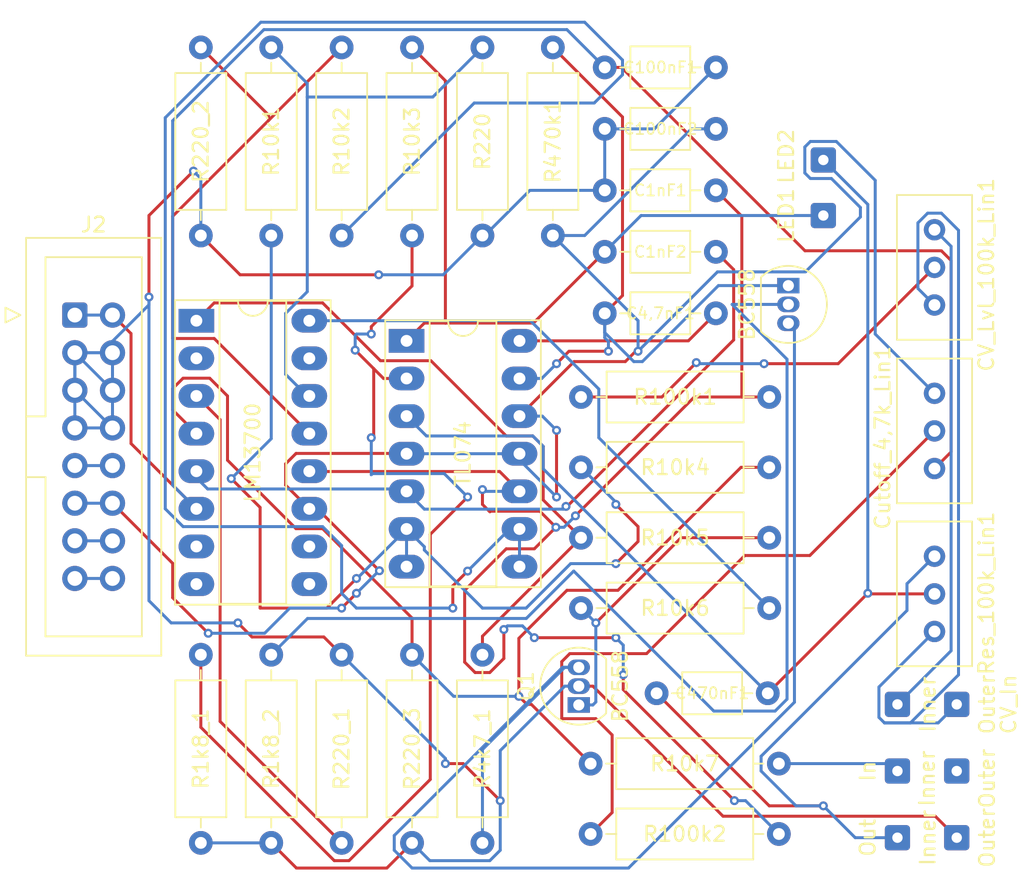
<source format=kicad_pcb>
(kicad_pcb (version 20240108) (generator "pcbnew") (generator_version "8.0")
  (layers (0 "F.Cu" signal) (31 "B.Cu" signal) (34 "B.Paste" user) (35 "F.Paste" user) (36 "B.SilkS" user "B.Silkscreen") (37 "F.SilkS" user "F.Silkscreen") (38 "B.Mask" user) (39 "F.Mask" user) (44 "Edge.Cuts" user))
  (net 0 "")
  (net 1 "Net-(U2C-+)")
  (net 2 "Net-(U2B-+)")
  (net 3 "Net-(Q2-C)")
  (net 4 "Net-(C4,7nF1-Pad2)")
  (net 5 "Net-(U1A-+)")
  (net 6 "Net-(U2B--)")
  (net 7 "Net-(U1A--)")
  (net 8 "Net-(U2C--)")
  (net 9 "Net-(U2A--)")
  (net 16 "Net-(Q1-C)")
  (net 17 "Net-(Q1-E)")
  (net 18 "Net-(Q2-B)")
  (net 19 "Net-(R10k5-Pad1)")
  (net 20 "Net-(U1C--)")
  (net 21 "Net-(R10k6-Pad2)")
  (net 22 "Net-(OutputJack1-Pin_1)")
  (net 23 "Net-(U1C-+)")
  (net 24 "Net-(Cutoff_4,7k_Lin1-Pad2)")
  (net 25 "Net-(CV_InputJack1-Pin_1)")
  (net 26 "Net-(CV_InputJack2-Pin_1)")
  (net 27 "Net-(CV_Level_100k_Lin1-Pad2)")
  (net 28 "Net-(InputJack1-Pin_1)")
  (net 30 "Net-(LEDOutput1-Pin_1)")
  (net 31 "Net-(LEDOutput2-Pin_1)")
  (net 32 "Net-(J2-Pin_3)")
  (net 33 "Net-(J2-Pin_1)")
  (net 34 "Net-(J2-Pin_11)")
  (net 35 "Net-(J2-Pin_13)")
  (net 36 "Net-(J2-Pin_10)")
  (net 37 "Net-(J2-Pin_15)")
  (footprint "Resistor_THT:R_Axial_DIN0309_L9.0mm_D3.2mm_P12.70mm_Horizontal" (layer "F.Cu") (at 105.15 97.25)
    (property "Reference" "R100k1" (hide yes))
    (property "Value" "R")
  )
  (footprint "Resistor_THT:R_Axial_DIN0309_L9.0mm_D3.2mm_P12.70mm_Horizontal" (layer "F.Cu") (at 118.5 122 180)
    (property "Reference" "R10k7" (hide yes))
    (property "Value" "R")
  )
  (footprint "Resistor_THT:R_Axial_DIN0309_L9.0mm_D3.2mm_P12.70mm_Horizontal" (layer "F.Cu") (at 84.25 127.35 90)
    (property "Reference" "R1k8_2" (hide yes))
    (property "Value" "R")
  )
  (footprint "Potentiometer_THT:Potentiometer_Bourns_3386C_Horizontal" (layer "F.Cu") (at 129 97)
    (property "Reference" "Cutoff_4,7k_Lin1")
    (property "Value" "R_Potentiometer" (hide yes))
  )
  (footprint "Resistor_THT:R_Axial_DIN0309_L9.0mm_D3.2mm_P12.70mm_Horizontal" (layer "F.Cu") (at 118.5 126.75 180)
    (property "Reference" "R100k2" (hide yes))
    (property "Value" "R")
  )
  (footprint "Capacitor_THT:C_Axial_L3.8mm_D2.6mm_P7.50mm_Horizontal" (layer "F.Cu") (at 106.75 75)
    (property "Reference" "C100nF1" (hide yes))
    (property "Value" "C")
  )
  (footprint "Resistor_THT:R_Axial_DIN0309_L9.0mm_D3.2mm_P12.70mm_Horizontal" (layer "F.Cu") (at 93.75 86.35 90)
    (property "Reference" "R10k3" (hide yes))
    (property "Value" "R")
  )
  (footprint "Resistor_THT:R_Axial_DIN0309_L9.0mm_D3.2mm_P12.70mm_Horizontal" (layer "F.Cu") (at 105.15 106.75)
    (property "Reference" "R10k5" (hide yes))
    (property "Value" "R")
  )
  (footprint "Resistor_THT:R_Axial_DIN0309_L9.0mm_D3.2mm_P12.70mm_Horizontal" (layer "F.Cu") (at 89 86.35 90)
    (property "Reference" "R10k2" (hide yes))
    (property "Value" "R")
  )
  (footprint "Connector_Wire:SolderWire-0.15sqmm_1x01_D0.5mm_OD1.5mm" (layer "F.Cu") (at 126.5 127 90)
    (property "Reference" "Out")
    (property "Value" "Inner")
  )
  (footprint "Capacitor_THT:C_Axial_L3.8mm_D2.6mm_P7.50mm_Horizontal" (layer "F.Cu") (at 106.75 83.3)
    (property "Reference" "C1nF1" (hide yes))
    (property "Value" "C")
  )
  (footprint "Package_DIP:DIP-14_W7.62mm_Socket_LongPads" (layer "F.Cu") (at 93.38 93.46)
    (property "Reference" "U2" (hide yes))
    (property "Value" "TL074")
  )
  (footprint "Capacitor_THT:C_Axial_L3.8mm_D2.6mm_P7.50mm_Horizontal" (layer "F.Cu") (at 106.75 79.15)
    (property "Reference" "C100nF2" (hide yes))
    (property "Value" "C")
  )
  (footprint "Resistor_THT:R_Axial_DIN0309_L9.0mm_D3.2mm_P12.70mm_Horizontal" (layer "F.Cu") (at 89 127.35 90)
    (property "Reference" "R220_1" (hide yes))
    (property "Value" "R")
  )
  (footprint "MountingHole:MountingHole_2.2mm_M2" (layer "F.Cu") (at 73 122)
    (property "Reference" "REF**" (hide yes))
    (property "Value" "MountingHole_2.2mm_M2" (hide yes))
  )
  (footprint "Capacitor_THT:C_Axial_L3.8mm_D2.6mm_P7.50mm_Horizontal" (layer "F.Cu") (at 106.75 87.45)
    (property "Reference" "C1nF2" (hide yes))
    (property "Value" "C")
  )
  (footprint "Potentiometer_THT:Potentiometer_Bourns_3386C_Horizontal" (layer "F.Cu") (at 129 85.96)
    (property "Reference" "CV_Lvl_100k_Lin1")
    (property "Value" "R_Potentiometer" (hide yes))
  )
  (footprint "Connector_Wire:SolderWire-0.15sqmm_1x01_D0.5mm_OD1.5mm" (layer "F.Cu") (at 126.5 122.5 90)
    (property "Reference" "In")
    (property "Value" "Inner")
  )
  (footprint "Resistor_THT:R_Axial_DIN0309_L9.0mm_D3.2mm_P12.70mm_Horizontal" (layer "F.Cu") (at 98.5 86.35 90)
    (property "Reference" "R220" (hide yes))
    (property "Value" "R")
  )
  (footprint "Capacitor_THT:C_Axial_L3.8mm_D2.6mm_P7.50mm_Horizontal" (layer "F.Cu") (at 110.25 117.25)
    (property "Reference" "C470nF1" (hide yes))
    (property "Value" "C")
  )
  (footprint "Resistor_THT:R_Axial_DIN0309_L9.0mm_D3.2mm_P12.70mm_Horizontal" (layer "F.Cu") (at 93.75 127.35 90)
    (property "Reference" "R220_3" (hide yes))
    (property "Value" "R")
  )
  (footprint "Capacitor_THT:C_Axial_L3.8mm_D2.6mm_P7.50mm_Horizontal" (layer "F.Cu") (at 106.75 91.6)
    (property "Reference" "C4,7nF1" (hide yes))
    (property "Value" "C")
  )
  (footprint "Potentiometer_THT:Potentiometer_Bourns_3386C_Horizontal" (layer "F.Cu") (at 129 108)
    (property "Reference" "Res_100k_Lin1")
    (property "Value" "R_Potentiometer" (hide yes))
  )
  (footprint "Package_TO_SOT_THT:TO-92_Inline" (layer "F.Cu") (at 119.14 89.73 -90)
    (property "Reference" "Q2" (hide yes))
    (property "Value" "BC558")
  )
  (footprint "Connector_Wire:SolderWire-0.15sqmm_1x01_D0.5mm_OD1.5mm" (layer "F.Cu") (at 130.5 122.5 90)
    (property "Reference" "InputJack2" (hide yes))
    (property "Value" "Outer")
  )
  (footprint "Resistor_THT:R_Axial_DIN0309_L9.0mm_D3.2mm_P12.70mm_Horizontal" (layer "F.Cu") (at 105.15 111.5)
    (property "Reference" "R10k6" (hide yes))
    (property "Value" "R")
  )
  (footprint "Connector_Wire:SolderWire-0.15sqmm_1x01_D0.5mm_OD1.5mm" (layer "F.Cu") (at 130.5 118 90)
    (property "Reference" "CV_InputJack2" (hide yes))
    (property "Value" "Outer")
  )
  (footprint "Resistor_THT:R_Axial_DIN0309_L9.0mm_D3.2mm_P12.70mm_Horizontal" (layer "F.Cu") (at 79.5 127.35 90)
    (property "Reference" "R1k8_1" (hide yes))
    (property "Value" "R")
  )
  (footprint "Package_TO_SOT_THT:TO-92_Inline" (layer "F.Cu") (at 105 118.04 90)
    (property "Reference" "Q1")
    (property "Value" "BC558")
  )
  (footprint "Package_DIP:DIP-16_W7.62mm_Socket_LongPads" (layer "F.Cu") (at 79.2 92.1)
    (property "Reference" "U1" (hide yes))
    (property "Value" "LM13700")
  )
  (footprint "MountingHole:MountingHole_2.2mm_M2" (layer "F.Cu") (at 73 79.5)
    (property "Reference" "REF**" (hide yes))
    (property "Value" "MountingHole_2.2mm_M2" (hide yes))
  )
  (footprint "Resistor_THT:R_Axial_DIN0309_L9.0mm_D3.2mm_P12.70mm_Horizontal" (layer "F.Cu") (at 79.5 86.35 90)
    (property "Reference" "R220_2" (hide yes))
    (property "Value" "R")
  )
  (footprint "Resistor_THT:R_Axial_DIN0309_L9.0mm_D3.2mm_P12.70mm_Horizontal" (layer "F.Cu") (at 105.15 102)
    (property "Reference" "R10k4" (hide yes))
    (property "Value" "R")
  )
  (footprint "Connector_IDC:IDC-Header_2x08_P2.54mm_Vertical" (layer "F.Cu") (at 71 91.72)
    (property "Reference" "J2")
    (property "Value" "Conn_02x08_Odd_Even" (hide yes))
  )
  (footprint "Resistor_THT:R_Axial_DIN0309_L9.0mm_D3.2mm_P12.70mm_Horizontal" (layer "F.Cu") (at 103.25 86.35 90)
    (property "Reference" "R470k1" (hide yes))
    (property "Value" "R")
  )
  (footprint "Connector_Wire:SolderWire-0.15sqmm_1x01_D0.5mm_OD1.5mm" (layer "F.Cu") (at 121.5 81.25 180)
    (property "Reference" "LEDOutput2" (hide yes))
    (property "Value" "LED2")
  )
  (footprint "Connector_Wire:SolderWire-0.15sqmm_1x01_D0.5mm_OD1.5mm" (layer "F.Cu") (at 121.5 85 180)
    (property "Reference" "LEDOutput1" (hide yes))
    (property "Value" "LED1")
  )
  (footprint "Connector_Wire:SolderWire-0.15sqmm_1x01_D0.5mm_OD1.5mm" (layer "F.Cu") (at 126.5 118 90)
    (property "Reference" "CV_In")
    (property "Value" "Inner")
  )
  (footprint "Resistor_THT:R_Axial_DIN0309_L9.0mm_D3.2mm_P12.70mm_Horizontal" (layer "F.Cu") (at 84.25 86.35 90)
    (property "Reference" "R10k1" (hide yes))
    (property "Value" "R")
  )
  (footprint "Connector_Wire:SolderWire-0.15sqmm_1x01_D0.5mm_OD1.5mm" (layer "F.Cu") (at 130.5 127 90)
    (property "Reference" "OutputJack2" (hide yes))
    (property "Value" "Outer")
  )
  (footprint "Resistor_THT:R_Axial_DIN0309_L9.0mm_D3.2mm_P12.70mm_Horizontal" (layer "F.Cu") (at 98.5 127.35 90)
    (property "Reference" "R4k7_1" (hide yes))
    (property "Value" "R")
  )
  (segment (start 86.84 102.28) (end 99.66 102.28) (width 0.2) (layer "F.Cu") (net 1))
  (segment (start 102 107.5) (end 103.455025 106.044975) (width 0.2) (layer "F.Cu") (net 1))
  (segment (start 108 117) (end 108 116) (width 0.2) (layer "F.Cu") (net 1))
  (segment (start 104.772796 105.272796) (end 112.795592 97.25) (width 0.2) (layer "F.Cu") (net 1))
  (segment (start 116 85.05) (end 116 97.25) (width 0.2) (layer "F.Cu") (net 1))
  (segment (start 99.04 104.96) (end 102.37005 104.96) (width 0.2) (layer "F.Cu") (net 1))
  (segment (start 99.944975 114.902082) (end 98.997057 115.85) (width 0.2) (layer "F.Cu") (net 1))
  (segment (start 97.3 110.302944) (end 100.102944 107.5) (width 0.2) (layer "F.Cu") (net 1))
  (segment (start 98.997057 115.85) (end 98.002943 115.85) (width 0.2) (layer "F.Cu") (net 1))
  (segment (start 100.102944 107.5) (end 102 107.5) (width 0.2) (layer "F.Cu") (net 1))
  (segment (start 99 105) (end 99.04 104.96) (width 0.2) (layer "F.Cu") (net 1))
  (segment (start 86.82 102.26) (end 86.84 102.28) (width 0.2) (layer "F.Cu") (net 1))
  (segment (start 99.944975 112.944975) (end 99.944975 114.902082) (width 0.2) (layer "F.Cu") (net 1))
  (segment (start 97.3 115.147057) (end 97.3 110.302944) (width 0.2) (layer "F.Cu") (net 1))
  (segment (start 114.25 83.3) (end 116 85.05) (width 0.2) (layer "F.Cu") (net 1))
  (segment (start 98.5 103.5) (end 98.5 104.5) (width 0.2) (layer "F.Cu") (net 1))
  (segment (start 98.002943 115.85) (end 97.3 115.147057) (width 0.2) (layer "F.Cu") (net 1))
  (segment (start 99.66 102.28) (end 101 103.62) (width 0.2) (layer "F.Cu") (net 1))
  (segment (start 112.795592 97.25) (end 116 97.25) (width 0.2) (layer "F.Cu") (net 1))
  (segment (start 102.37005 104.96) (end 103.455025 106.044975) (width 0.2) (layer "F.Cu") (net 1))
  (segment (start 116 97.25) (end 117.85 97.25) (width 0.2) (layer "F.Cu") (net 1))
  (segment (start 107.5 113.5) (end 102 113.5) (width 0.2) (layer "F.Cu") (net 1))
  (segment (start 98.5 104.5) (end 99 105) (width 0.2) (layer "F.Cu") (net 1))
  (segment (start 115.5 124.5) (end 108 117) (width 0.2) (layer "F.Cu") (net 1))
  (via (at 107.5 113.5) (size 0.6) (drill 0.3) (layers "F.Cu" "B.Cu") (net 1))
  (via (at 103.455025 106.044975) (size 0.6) (drill 0.3) (layers "F.Cu" "B.Cu") (net 1))
  (via (at 98.5 103.5) (size 0.6) (drill 0.3) (layers "F.Cu" "B.Cu") (net 1))
  (via (at 108 116) (size 0.6) (drill 0.3) (layers "F.Cu" "B.Cu") (net 1))
  (via (at 115.5 124.5) (size 0.6) (drill 0.3) (layers "F.Cu" "B.Cu") (net 1))
  (via (at 102 113.5) (size 0.6) (drill 0.3) (layers "F.Cu" "B.Cu") (net 1))
  (via (at 104.772796 105.272796) (size 0.6) (drill 0.3) (layers "F.Cu" "B.Cu") (net 1))
  (via (at 99.944975 112.944975) (size 0.6) (drill 0.3) (layers "F.Cu" "B.Cu") (net 1))
  (segment (start 101 103.62) (end 98.62 103.62) (width 0.2) (layer "B.Cu") (net 1))
  (segment (start 103.455025 106.044975) (end 104.000617 106.044975) (width 0.2) (layer "B.Cu") (net 1))
  (segment (start 100.18995 112.7) (end 99.944975 112.944975) (width 0.2) (layer "B.Cu") (net 1))
  (segment (start 118.5 126.75) (end 116.25 124.5) (width 0.2) (layer "B.Cu") (net 1))
  (segment (start 102 113.5) (end 101.2 112.7) (width 0.2) (layer "B.Cu") (net 1))
  (segment (start 104.000617 106.044975) (end 104.772796 105.272796) (width 0.2) (layer "B.Cu") (net 1))
  (segment (start 108 116) (end 108 114) (width 0.2) (layer "B.Cu") (net 1))
  (segment (start 100.18995 112.7) (end 101.2 112.7) (width 0.2) (layer "B.Cu") (net 1))
  (segment (start 98.62 103.62) (end 98.5 103.5) (width 0.2) (layer "B.Cu") (net 1))
  (segment (start 108 114) (end 107.5 113.5) (width 0.2) (layer "B.Cu") (net 1))
  (segment (start 116.25 124.5) (end 115.5 124.5) (width 0.2) (layer "B.Cu") (net 1))
  (segment (start 104.347057 104.5) (end 115.45 93.397057) (width 0.2) (layer "F.Cu") (net 2))
  (segment (start 104.272796 104.5) (end 104.347057 104.5) (width 0.2) (layer "F.Cu") (net 2))
  (segment (start 115.45 88.65) (end 114.25 87.45) (width 0.2) (layer "F.Cu") (net 2))
  (segment (start 104.136398 104.636398) (end 104.272796 104.5) (width 0.2) (layer "F.Cu") (net 2))
  (segment (start 115.45 93.397057) (end 115.45 88.65) (width 0.2) (layer "F.Cu") (net 2))
  (via (at 104.136398 104.636398) (size 0.6) (drill 0.3) (layers "F.Cu" "B.Cu") (net 2))
  (segment (start 79.96 103.46) (end 93.22 103.46) (width 0.2) (layer "B.Cu") (net 2))
  (segment (start 93.22 103.46) (end 93.38 103.62) (width 0.2) (layer "B.Cu") (net 2))
  (segment (start 93.38 103.62) (end 94.58 104.82) (width 0.2) (layer "B.Cu") (net 2))
  (segment (start 79.2 102.26) (end 79.2 102.7) (width 0.2) (layer "B.Cu") (net 2))
  (segment (start 94.58 104.82) (end 103.952796 104.82) (width 0.2) (layer "B.Cu") (net 2))
  (segment (start 103.952796 104.82) (end 104.136398 104.636398) (width 0.2) (layer "B.Cu") (net 2))
  (segment (start 79.2 102.7) (end 79.96 103.46) (width 0.2) (layer "B.Cu") (net 2))
  (segment (start 103.25 73.65) (end 107.95 78.35) (width 0.2) (layer "F.Cu") (net 3))
  (segment (start 104.34 94.16) (end 107 94.16) (width 0.2) (layer "F.Cu") (net 3))
  (segment (start 107.95 90.4) (end 106.75 91.6) (width 0.2) (layer "F.Cu") (net 3))
  (segment (start 107.95 78.35) (end 107.95 90.4) (width 0.2) (layer "F.Cu") (net 3))
  (segment (start 103.5 95) (end 104.34 94.16) (width 0.2) (layer "F.Cu") (net 3))
  (via (at 107 94.16) (size 0.6) (drill 0.3) (layers "F.Cu" "B.Cu") (net 3))
  (via (at 103.5 95) (size 0.6) (drill 0.3) (layers "F.Cu" "B.Cu") (net 3))
  (segment (start 102.5 96) (end 103.5 95) (width 0.2) (layer "B.Cu") (net 3))
  (segment (start 108.71005 94.86) (end 106.75 92.89995) (width 0.2) (layer "B.Cu") (net 3))
  (segment (start 106.75 92.89995) (end 106.75 91.6) (width 0.2) (layer "B.Cu") (net 3))
  (segment (start 101 96) (end 102.5 96) (width 0.2) (layer "B.Cu") (net 3))
  (segment (start 109.28995 94.86) (end 108.71005 94.86) (width 0.2) (layer "B.Cu") (net 3))
  (segment (start 119.14 89.73) (end 114.41995 89.73) (width 0.2) (layer "B.Cu") (net 3))
  (segment (start 107 93.5) (end 106.75 93.25) (width 0.2) (layer "B.Cu") (net 3))
  (segment (start 106.75 93.25) (end 106.75 91.6) (width 0.2) (layer "B.Cu") (net 3))
  (segment (start 107 94.16) (end 107 93.5) (width 0.2) (layer "B.Cu") (net 3))
  (segment (start 114.41995 89.73) (end 109.28995 94.86) (width 0.2) (layer "B.Cu") (net 3))
  (segment (start 112.39 93.46) (end 114.25 91.6) (width 0.2) (layer "F.Cu") (net 4))
  (segment (start 101 93.46) (end 112.39 93.46) (width 0.2) (layer "F.Cu") (net 4))
  (segment (start 86.82 97.18) (end 86.68 97.18) (width 0.2) (layer "B.Cu") (net 5))
  (segment (start 86.68 76.08) (end 84.25 73.65) (width 0.2) (layer "B.Cu") (net 5))
  (segment (start 85.22 91.602944) (end 86.68 90.142944) (width 0.2) (layer "B.Cu") (net 5))
  (segment (start 95.15 77) (end 86.68 77) (width 0.2) (layer "B.Cu") (net 5))
  (segment (start 98.5 73.65) (end 95.15 77) (width 0.2) (layer "B.Cu") (net 5))
  (segment (start 86.68 97.18) (end 85.22 95.72) (width 0.2) (layer "B.Cu") (net 5))
  (segment (start 85.22 95.72) (end 85.22 91.602944) (width 0.2) (layer "B.Cu") (net 5))
  (segment (start 86.68 90.142944) (end 86.68 77) (width 0.2) (layer "B.Cu") (net 5))
  (segment (start 86.68 77) (end 86.68 76.08) (width 0.2) (layer "B.Cu") (net 5))
  (segment (start 107.5 108.5) (end 109 107) (width 0.2) (layer "F.Cu") (net 6))
  (segment (start 90 109.5) (end 88 111.5) (width 0.2) (layer "F.Cu") (net 6))
  (segment (start 88 111.5) (end 83.5 111.5) (width 0.2) (layer "F.Cu") (net 6))
  (segment (start 83.5 111.5) (end 83.5 104.707006) (width 0.2) (layer "F.Cu") (net 6))
  (segment (start 83.5 104.707006) (end 81.553724 102.76073) (width 0.2) (layer "F.Cu") (net 6))
  (segment (start 109 106) (end 107.5 104.5) (width 0.2) (layer "F.Cu") (net 6))
  (segment (start 109 107) (end 109 106) (width 0.2) (layer "F.Cu") (net 6))
  (via (at 81.553724 102.76073) (size 0.6) (drill 0.3) (layers "F.Cu" "B.Cu") (net 6))
  (via (at 90 109.5) (size 0.6) (drill 0.3) (layers "F.Cu" "B.Cu") (net 6))
  (via (at 107.5 108.5) (size 0.6) (drill 0.3) (layers "F.Cu" "B.Cu") (net 6))
  (via (at 107.5 104.5) (size 0.6) (drill 0.3) (layers "F.Cu" "B.Cu") (net 6))
  (segment (start 84.25 100.064454) (end 84.25 86.35) (width 0.2) (layer "B.Cu") (net 6))
  (segment (start 93.38 106.16) (end 90.04 109.5) (width 0.2) (layer "B.Cu") (net 6))
  (segment (start 104.45 108.5) (end 107.5 108.5) (width 0.2) (layer "B.Cu") (net 6))
  (segment (start 107.5 104.35) (end 105.15 102) (width 0.2) (layer "B.Cu") (net 6))
  (segment (start 98.5 111.5) (end 101.45 111.5) (width 0.2) (layer "B.Cu") (net 6))
  (segment (start 107.5 104.5) (end 107.5 104.35) (width 0.2) (layer "B.Cu") (net 6))
  (segment (start 94.58 107.36) (end 94.58 107.58) (width 0.2) (layer "B.Cu") (net 6))
  (segment (start 81.553724 102.76073) (end 84.25 100.064454) (width 0.2) (layer "B.Cu") (net 6))
  (segment (start 93.38 106.16) (end 93.38 108.7) (width 0.2) (layer "B.Cu") (net 6))
  (segment (start 101.45 111.5) (end 104.45 108.5) (width 0.2) (layer "B.Cu") (net 6))
  (segment (start 90.04 109.5) (end 90 109.5) (width 0.2) (layer "B.Cu") (net 6))
  (segment (start 94.58 107.58) (end 98.5 111.5) (width 0.2) (layer "B.Cu") (net 6))
  (segment (start 93.38 106.16) (end 94.58 107.36) (width 0.2) (layer "B.Cu") (net 6))
  (segment (start 86.82 99.72) (end 80.4 93.3) (width 0.2) (layer "F.Cu") (net 7))
  (segment (start 77.6 85.05) (end 84.075 78.575) (width 0.2) (layer "F.Cu") (net 7))
  (segment (start 84.075 78.575) (end 89 73.65) (width 0.2) (layer "F.Cu") (net 7))
  (segment (start 80.4 93.3) (end 77.6 93.3) (width 0.2) (layer "F.Cu") (net 7))
  (segment (start 79.5 73.65) (end 84.075 78.225) (width 0.2) (layer "F.Cu") (net 7))
  (segment (start 84.075 78.225) (end 84.075 78.575) (width 0.2) (layer "F.Cu") (net 7))
  (segment (start 77.6 93.3) (end 77.6 85.05) (width 0.2) (layer "F.Cu") (net 7))
  (segment (start 96.5 110) (end 96.5 111.5) (width 0.2) (layer "F.Cu") (net 8))
  (segment (start 97.5 109) (end 96.5 110) (width 0.2) (layer "F.Cu") (net 8))
  (via (at 97.5 109) (size 0.6) (drill 0.3) (layers "F.Cu" "B.Cu") (net 8))
  (via (at 96.5 111.5) (size 0.6) (drill 0.3) (layers "F.Cu" "B.Cu") (net 8))
  (segment (start 101 106.16) (end 101 108.7) (width 0.2) (layer "B.Cu") (net 8))
  (segment (start 105.397057 71.95) (end 107.95 74.502943) (width 0.2) (layer "B.Cu") (net 8))
  (segment (start 96.5 111.5) (end 90 111.5) (width 0.2) (layer "B.Cu") (net 8))
  (segment (start 77.1 104.797056) (end 77.1 78.395837) (width 0.2) (layer "B.Cu") (net 8))
  (segment (start 100.34 106.16) (end 97.5 109) (width 0.2) (layer "B.Cu") (net 8))
  (segment (start 97.945837 77.404163) (end 89 86.35) (width 0.2) (layer "B.Cu") (net 8))
  (segment (start 106.042894 77.404163) (end 97.945837 77.404163) (width 0.2) (layer "B.Cu") (net 8))
  (segment (start 107.95 74.502943) (end 107.95 75.497057) (width 0.2) (layer "B.Cu") (net 8))
  (segment (start 83.545837 71.95) (end 105.397057 71.95) (width 0.2) (layer "B.Cu") (net 8))
  (segment (start 89 110.5) (end 89 107.282944) (width 0.2) (layer "B.Cu") (net 8))
  (segment (start 87.717056 106) (end 78.302944 106) (width 0.2) (layer "B.Cu") (net 8))
  (segment (start 78.302944 106) (end 77.1 104.797056) (width 0.2) (layer "B.Cu") (net 8))
  (segment (start 107.95 75.497057) (end 106.042894 77.404163) (width 0.2) (layer "B.Cu") (net 8))
  (segment (start 77.1 78.395837) (end 83.545837 71.95) (width 0.2) (layer "B.Cu") (net 8))
  (segment (start 90 111.5) (end 89 110.5) (width 0.2) (layer "B.Cu") (net 8))
  (segment (start 101 106.16) (end 100.34 106.16) (width 0.2) (layer "B.Cu") (net 8))
  (segment (start 89 107.282944) (end 87.717056 106) (width 0.2) (layer "B.Cu") (net 8))
  (segment (start 97.5 104) (end 94.98 106.52) (width 0.2) (layer "F.Cu") (net 9))
  (segment (start 93.38 96) (end 91.827106 96) (width 0.2) (layer "F.Cu") (net 9))
  (segment (start 89.497057 128.55) (end 88.502943 128.55) (width 0.2) (layer "F.Cu") (net 9))
  (segment (start 94.98 106.52) (end 94.98 123.067057) (width 0.2) (layer "F.Cu") (net 9))
  (segment (start 91.827106 96) (end 91.163553 95.336447) (width 0.2) (layer "F.Cu") (net 9))
  (segment (start 94.98 123.067057) (end 89.497057 128.55) (width 0.2) (layer "F.Cu") (net 9))
  (segment (start 93.75 89.75) (end 93.75 86.35) (width 0.2) (layer "F.Cu") (net 9))
  (segment (start 79.5 119.547057) (end 79.5 114.65) (width 0.2) (layer "F.Cu") (net 9))
  (segment (start 91.163553 95.336447) (end 89.913553 94.086447) (width 0.2) (layer "F.Cu") (net 9))
  (segment (start 91 93) (end 91 92.5) (width 0.2) (layer "F.Cu") (net 9))
  (segment (start 91.163553 99.836447) (end 91 100) (width 0.2) (layer "F.Cu") (net 9))
  (segment (start 91 92.5) (end 93.75 89.75) (width 0.2) (layer "F.Cu") (net 9))
  (segment (start 91.163553 95.336447) (end 91.163553 99.836447) (width 0.2) (layer "F.Cu") (net 9))
  (segment (start 88.502943 128.55) (end 79.5 119.547057) (width 0.2) (layer "F.Cu") (net 9))
  (via (at 97.5 104) (size 0.6) (drill 0.3) (layers "F.Cu" "B.Cu") (net 9))
  (via (at 89.913553 94.086447) (size 0.6) (drill 0.3) (layers "F.Cu" "B.Cu") (net 9))
  (via (at 91 100) (size 0.6) (drill 0.3) (layers "F.Cu" "B.Cu") (net 9))
  (via (at 91 93) (size 0.6) (drill 0.3) (layers "F.Cu" "B.Cu") (net 9))
  (segment (start 91 100) (end 91 102.5) (width 0.2) (layer "B.Cu") (net 9))
  (segment (start 91.08 102.42) (end 95.92 102.42) (width 0.2) (layer "B.Cu") (net 9))
  (segment (start 89.913553 94.086447) (end 89.913553 93.086447) (width 0.2) (layer "B.Cu") (net 9))
  (segment (start 90 93) (end 91 93) (width 0.2) (layer "B.Cu") (net 9))
  (segment (start 89.913553 93.086447) (end 90 93) (width 0.2) (layer "B.Cu") (net 9))
  (segment (start 91 102.5) (end 91.08 102.42) (width 0.2) (layer "B.Cu") (net 9))
  (segment (start 95.92 102.42) (end 97.5 104) (width 0.2) (layer "B.Cu") (net 9))
  (segment (start 111.9 106.75) (end 117.85 106.75) (width 0.2) (layer "F.Cu") (net 16))
  (segment (start 106.15 112.5) (end 111.9 106.75) (width 0.2) (layer "F.Cu") (net 16))
  (via (at 106.15 112.5) (size 0.6) (drill 0.3) (layers "F.Cu" "B.Cu") (net 16))
  (segment (start 106.15 117.84) (end 106.15 112.5) (width 0.2) (layer "B.Cu") (net 16))
  (segment (start 106.15 112.5) (end 105.15 111.5) (width 0.2) (layer "B.Cu") (net 16))
  (segment (start 105 118.04) (end 105.95 118.04) (width 0.2) (layer "B.Cu") (net 16))
  (segment (start 105.95 118.04) (end 106.15 117.84) (width 0.2) (layer "B.Cu") (net 16))
  (segment (start 103.902943 115.5) (end 105 115.5) (width 0.2) (layer "B.Cu") (net 17))
  (segment (start 93.752943 129.05) (end 92.55 127.847057) (width 0.2) (layer "B.Cu") (net 17))
  (segment (start 92.55 127.847057) (end 92.55 126.852943) (width 0.2) (layer "B.Cu") (net 17))
  (segment (start 104.05 115.5) (end 98.5 121.05) (width 0.2) (layer "B.Cu") (net 17))
  (segment (start 108.354163 129.05) (end 93.752943 129.05) (width 0.2) (layer "B.Cu") (net 17))
  (segment (start 92.55 126.852943) (end 103.902943 115.5) (width 0.2) (layer "B.Cu") (net 17))
  (segment (start 98.5 121.05) (end 98.5 127.35) (width 0.2) (layer "B.Cu") (net 17))
  (segment (start 119.55 117.854163) (end 108.354163 129.05) (width 0.2) (layer "B.Cu") (net 17))
  (segment (start 105 115.5) (end 104.05 115.5) (width 0.2) (layer "B.Cu") (net 17))
  (segment (start 119.55 92.68) (end 119.55 117.854163) (width 0.2) (layer "B.Cu") (net 17))
  (segment (start 119.14 92.27) (end 119.55 92.68) (width 0.2) (layer "B.Cu") (net 17))
  (segment (start 86.7 112.2) (end 84.25 114.65) (width 0.2) (layer "B.Cu") (net 18))
  (segment (start 119.05 94.702943) (end 119.05 117.647057) (width 0.2) (layer "B.Cu") (net 18))
  (segment (start 104.657106 109) (end 101.457106 112.2) (width 0.2) (layer "B.Cu") (net 18))
  (segment (start 101.457106 112.2) (end 86.7 112.2) (width 0.2) (layer "B.Cu") (net 18))
  (segment (start 118.247057 118.45) (end 114.107106 118.45) (width 0.2) (layer "B.Cu") (net 18))
  (segment (start 115.347057 91) (end 119.05 94.702943) (width 0.2) (layer "B.Cu") (net 18))
  (segment (start 119.05 117.647057) (end 118.247057 118.45) (width 0.2) (layer "B.Cu") (net 18))
  (segment (start 114.107106 118.45) (end 104.657106 109) (width 0.2) (layer "B.Cu") (net 18))
  (segment (start 119.14 91) (end 115.347057 91) (width 0.2) (layer "B.Cu") (net 18))
  (segment (start 79.2 92.1) (end 80.4 90.9) (width 0.2) (layer "F.Cu") (net 19))
  (segment (start 98.5 113.4) (end 105.15 106.75) (width 0.2) (layer "F.Cu") (net 19))
  (segment (start 95.022944 94.8) (end 100.102944 99.88) (width 0.2) (layer "F.Cu") (net 19))
  (segment (start 98.5 114.65) (end 98.5 113.4) (width 0.2) (layer "F.Cu") (net 19))
  (segment (start 100.102944 99.88) (end 101.897056 99.88) (width 0.2) (layer "F.Cu") (net 19))
  (segment (start 87.717056 90.9) (end 91.617056 94.8) (width 0.2) (layer "F.Cu") (net 19))
  (segment (start 102.6 104.2) (end 105.15 106.75) (width 0.2) (layer "F.Cu") (net 19))
  (segment (start 101.897056 99.88) (end 102.6 100.582944) (width 0.2) (layer "F.Cu") (net 19))
  (segment (start 80.4 90.9) (end 87.717056 90.9) (width 0.2) (layer "F.Cu") (net 19))
  (segment (start 102.6 100.582944) (end 102.6 104.2) (width 0.2) (layer "F.Cu") (net 19))
  (segment (start 91.617056 94.8) (end 95.022944 94.8) (width 0.2) (layer "F.Cu") (net 19))
  (segment (start 93.75 112.172944) (end 93.75 114.65) (width 0.2) (layer "F.Cu") (net 20))
  (segment (start 81.3 101.517056) (end 85.922944 106.14) (width 0.2) (layer "F.Cu") (net 20))
  (segment (start 100.956496 117.456496) (end 101.5 118) (width 0.2) (layer "F.Cu") (net 20))
  (segment (start 80.097056 95.98) (end 81.3 97.182944) (width 0.2) (layer "F.Cu") (net 20))
  (segment (start 78.302944 95.98) (end 80.097056 95.98) (width 0.2) (layer "F.Cu") (net 20))
  (segment (start 100.956496 113.543504) (end 100.956496 117.456496) (width 0.2) (layer "F.Cu") (net 20))
  (segment (start 101.8 118) (end 105.8 122) (width 0.2) (layer "F.Cu") (net 20))
  (segment (start 115.942894 102) (end 107.642894 110.3) (width 0.2) (layer "F.Cu") (net 20))
  (segment (start 117.85 102) (end 115.942894 102) (width 0.2) (layer "F.Cu") (net 20))
  (segment (start 85.922944 106.14) (end 87.717056 106.14) (width 0.2) (layer "F.Cu") (net 20))
  (segment (start 87.717056 106.14) (end 93.75 112.172944) (width 0.2) (layer "F.Cu") (net 20))
  (segment (start 101.5 118) (end 101.8 118) (width 0.2) (layer "F.Cu") (net 20))
  (segment (start 77.6 96.682944) (end 78.302944 95.98) (width 0.2) (layer "F.Cu") (net 20))
  (segment (start 81.3 97.182944) (end 81.3 101.517056) (width 0.2) (layer "F.Cu") (net 20))
  (segment (start 104.2 110.3) (end 100.956496 113.543504) (width 0.2) (layer "F.Cu") (net 20))
  (segment (start 107.642894 110.3) (end 104.2 110.3) (width 0.2) (layer "F.Cu") (net 20))
  (segment (start 79.2 99.72) (end 77.6 98.12) (width 0.2) (layer "F.Cu") (net 20))
  (segment (start 77.6 98.12) (end 77.6 96.682944) (width 0.2) (layer "F.Cu") (net 20))
  (via (at 100.956496 117.456496) (size 0.6) (drill 0.3) (layers "F.Cu" "B.Cu") (net 20))
  (segment (start 93.75 114.65) (end 96.556496 117.456496) (width 0.2) (layer "B.Cu") (net 20))
  (segment (start 96.556496 117.456496) (end 100.956496 117.456496) (width 0.2) (layer "B.Cu") (net 20))
  (segment (start 106.35 96.712944) (end 106.35 100) (width 0.2) (layer "B.Cu") (net 21))
  (segment (start 101.737056 92.1) (end 106.35 96.712944) (width 0.2) (layer "B.Cu") (net 21))
  (segment (start 86.82 92.1) (end 101.737056 92.1) (width 0.2) (layer "B.Cu") (net 21))
  (segment (start 106.35 100) (end 117.85 111.5) (width 0.2) (layer "B.Cu") (net 21))
  (segment (start 117.85 124.85) (end 121.5 124.85) (width 0.2) (layer "F.Cu") (net 22))
  (segment (start 110.25 117.25) (end 117.85 124.85) (width 0.2) (layer "F.Cu") (net 22))
  (via (at 121.5 124.85) (size 0.6) (drill 0.3) (layers "F.Cu" "B.Cu") (net 22))
  (segment (start 127.142943 109.857057) (end 129 108) (width 0.2) (layer "B.Cu") (net 22))
  (segment (start 123.65 127) (end 126.5 127) (width 0.2) (layer "B.Cu") (net 22))
  (segment (start 121.5 124.85) (end 123.65 127) (width 0.2) (layer "B.Cu") (net 22))
  (segment (start 127.142943 111.66) (end 127.142943 109.857057) (width 0.2) (layer "B.Cu") (net 22))
  (segment (start 121.5 124.85) (end 119.652943 124.85) (width 0.2) (layer "B.Cu") (net 22))
  (segment (start 117.3 121.502943) (end 127.142943 111.66) (width 0.2) (layer "B.Cu") (net 22))
  (segment (start 117.3 122.497057) (end 117.3 121.502943) (width 0.2) (layer "B.Cu") (net 22))
  (segment (start 119.652943 124.85) (end 117.3 122.497057) (width 0.2) (layer "B.Cu") (net 22))
  (segment (start 79.2 97.18) (end 80.8 98.78) (width 0.2) (layer "F.Cu") (net 23))
  (segment (start 80.8 98.78) (end 80.8 119.15) (width 0.2) (layer "F.Cu") (net 23))
  (segment (start 80.8 119.15) (end 89 127.35) (width 0.2) (layer "F.Cu") (net 23))
  (segment (start 109.575 114.575) (end 116.2 107.95) (width 0.2) (layer "F.Cu") (net 24))
  (segment (start 103.85 115.116852) (end 104.391852 114.575) (width 0.2) (layer "F.Cu") (net 24))
  (segment (start 106.15 118.965) (end 103.85 118.965) (width 0.2) (layer "F.Cu") (net 24))
  (segment (start 107.25 125.3) (end 107.25 120.065) (width 0.2) (layer "F.Cu") (net 24))
  (segment (start 104.391852 114.575) (end 109.575 114.575) (width 0.2) (layer "F.Cu") (net 24))
  (segment (start 120.59 107.95) (end 129 99.54) (width 0.2) (layer "F.Cu") (net 24))
  (segment (start 105.8 126.75) (end 107.25 125.3) (width 0.2) (layer "F.Cu") (net 24))
  (segment (start 103.85 118.965) (end 103.85 115.116852) (width 0.2) (layer "F.Cu") (net 24))
  (segment (start 116.2 107.95) (end 120.59 107.95) (width 0.2) (layer "F.Cu") (net 24))
  (segment (start 107.25 120.065) (end 106.15 118.965) (width 0.2) (layer "F.Cu") (net 24))
  (segment (start 130.12 114.38) (end 130.12 87.08) (width 0.2) (layer "B.Cu") (net 25))
  (segment (start 126.5 118) (end 130.12 114.38) (width 0.2) (layer "B.Cu") (net 25))
  (segment (start 130.12 87.08) (end 129 85.96) (width 0.2) (layer "B.Cu") (net 25))
  (segment (start 129 113.08) (end 125.25 116.83) (width 0.2) (layer "B.Cu") (net 26))
  (segment (start 127.88 85.49608) (end 127.88 89.92) (width 0.2) (layer "B.Cu") (net 26))
  (segment (start 125.25 118.876166) (end 125.623834 119.25) (width 0.2) (layer "B.Cu") (net 26))
  (segment (start 130.5 118) (end 129.25 119.25) (width 0.2) (layer "B.Cu") (net 26))
  (segment (start 128.53608 84.84) (end 127.88 85.49608) (width 0.2) (layer "B.Cu") (net 26))
  (segment (start 130.62 116.006166) (end 130.62 85.99608) (width 0.2) (layer "B.Cu") (net 26))
  (segment (start 129.25 119.25) (end 125.623834 119.25) (width 0.2) (layer "B.Cu") (net 26))
  (segment (start 130.62 85.99608) (end 129.46392 84.84) (width 0.2) (layer "B.Cu") (net 26))
  (segment (start 125.623834 119.25) (end 127.376166 119.25) (width 0.2) (layer "B.Cu") (net 26))
  (segment (start 129.46392 84.84) (end 128.53608 84.84) (width 0.2) (layer "B.Cu") (net 26))
  (segment (start 125.25 116.83) (end 125.25 118.876166) (width 0.2) (layer "B.Cu") (net 26))
  (segment (start 127.376166 119.25) (end 130.62 116.006166) (width 0.2) (layer "B.Cu") (net 26))
  (segment (start 127.88 89.92) (end 129 91.04) (width 0.2) (layer "B.Cu") (net 26))
  (segment (start 117.5 95) (end 122.5 95) (width 0.2) (layer "F.Cu") (net 27))
  (segment (start 110.607107 97.25) (end 112.928554 94.928553) (width 0.2) (layer "F.Cu") (net 27))
  (segment (start 105.15 97.25) (end 110.607107 97.25) (width 0.2) (layer "F.Cu") (net 27))
  (segment (start 122.5 95) (end 129 88.5) (width 0.2) (layer "F.Cu") (net 27))
  (via (at 117.5 95) (size 0.6) (drill 0.3) (layers "F.Cu" "B.Cu") (net 27))
  (via (at 112.928554 94.928553) (size 0.6) (drill 0.3) (layers "F.Cu" "B.Cu") (net 27))
  (segment (start 113.000001 95) (end 117.5 95) (width 0.2) (layer "B.Cu") (net 27))
  (segment (start 112.928554 94.928553) (end 113.000001 95) (width 0.2) (layer "B.Cu") (net 27))
  (segment (start 126 122) (end 126.5 122.5) (width 0.2) (layer "B.Cu") (net 28))
  (segment (start 118.5 122) (end 126 122) (width 0.2) (layer "B.Cu") (net 28))
  (segment (start 101.94 92.26) (end 106.75 87.45) (width 0.2) (layer "F.Cu") (net 30))
  (segment (start 93.38 93.46) (end 94.58 92.26) (width 0.2) (layer "F.Cu") (net 30))
  (segment (start 94.58 92.26) (end 96 92.26) (width 0.2) (layer "F.Cu") (net 30))
  (segment (start 96 92.26) (end 101.94 92.26) (width 0.2) (layer "F.Cu") (net 30))
  (segment (start 96 75.9) (end 96 92.26) (width 0.2) (layer "F.Cu") (net 30))
  (segment (start 93.75 73.65) (end 96 75.9) (width 0.2) (layer "F.Cu") (net 30))
  (segment (start 109.2 85) (end 106.75 87.45) (width 0.2) (layer "B.Cu") (net 30))
  (segment (start 121.5 85) (end 109.2 85) (width 0.2) (layer "B.Cu") (net 30))
  (segment (start 117.75 117.25) (end 124.46 110.54) (width 0.2) (layer "F.Cu") (net 31))
  (segment (start 124.46 110.54) (end 129 110.54) (width 0.2) (layer "F.Cu") (net 31))
  (via (at 124.5 110.5) (size 0.6) (drill 0.3) (layers "F.Cu" "B.Cu") (net 31))
  (segment (start 93.38 98.54) (end 94.72 99.88) (width 0.2) (layer "B.Cu") (net 31))
  (segment (start 102.6 100.582944) (end 102.6 102.1) (width 0.2) (layer "B.Cu") (net 31))
  (segment (start 101.897056 99.88) (end 102.6 100.582944) (width 0.2) (layer "B.Cu") (net 31))
  (segment (start 124.5 84.25) (end 124.5 110.5) (width 0.2) (layer "B.Cu") (net 31))
  (segment (start 94.72 99.88) (end 101.897056 99.88) (width 0.2) (layer "B.Cu") (net 31))
  (segment (start 121.5 81.25) (end 124.5 84.25) (width 0.2) (layer "B.Cu") (net 31))
  (segment (start 102.6 102.1) (end 117.75 117.25) (width 0.2) (layer "B.Cu") (net 31))
  (segment (start 82.15 89) (end 91.5 89) (width 0.2) (layer "F.Cu") (net 32))
  (segment (start 82.95 113.45) (end 82 112.5) (width 0.2) (layer "F.Cu") (net 32))
  (segment (start 114.73 125.55) (end 129.05 125.55) (width 0.2) (layer "F.Cu") (net 32))
  (segment (start 105.95 116.77) (end 114.73 125.55) (width 0.2) (layer "F.Cu") (net 32))
  (segment (start 105 116.77) (end 105.95 116.77) (width 0.2) (layer "F.Cu") (net 32))
  (segment (start 92.05 129.05) (end 93.75 127.35) (width 0.2) (layer "F.Cu") (net 32))
  (segment (start 97.2 122) (end 99.7 124.5) (width 0.2) (layer "F.Cu") (net 32))
  (segment (start 76 85) (end 79 82) (width 0.2) (layer "F.Cu") (net 32))
  (segment (start 87.8 113.45) (end 82.95 113.45) (width 0.2) (layer "F.Cu") (net 32))
  (segment (start 129.05 125.55) (end 130.5 127) (width 0.2) (layer "F.Cu") (net 32))
  (segment (start 96 122) (end 97.2 122) (width 0.2) (layer "F.Cu") (net 32))
  (segment (start 89 114.65) (end 87.8 113.45) (width 0.2) (layer "F.Cu") (net 32))
  (segment (start 79.5 86.35) (end 82.15 89) (width 0.2) (layer "F.Cu") (net 32))
  (segment (start 84.25 127.35) (end 85.95 129.05) (width 0.2) (layer "F.Cu") (net 32))
  (segment (start 85.95 129.05) (end 92.05 129.05) (width 0.2) (layer "F.Cu") (net 32))
  (segment (start 76 90.5) (end 76 85) (width 0.2) (layer "F.Cu") (net 32))
  (via (at 82 112.5) (size 0.6) (drill 0.3) (layers "F.Cu" "B.Cu") (net 32))
  (via (at 96 122) (size 0.6) (drill 0.3) (layers "F.Cu" "B.Cu") (net 32))
  (via (at 76 90.5) (size 0.6) (drill 0.3) (layers "F.Cu" "B.Cu") (net 32))
  (via (at 99.7 124.5) (size 0.6) (drill 0.3) (layers "F.Cu" "B.Cu") (net 32))
  (via (at 79 82) (size 0.6) (drill 0.3) (layers "F.Cu" "B.Cu") (net 32))
  (via (at 91.5 89) (size 0.6) (drill 0.3) (layers "F.Cu" "B.Cu") (net 32))
  (segment (start 106.75 79.15) (end 110.1 79.15) (width 0.2) (layer "B.Cu") (net 32))
  (segment (start 71 96.8) (end 73.54 99.34) (width 0.2) (layer "B.Cu") (net 32))
  (segment (start 73.54 96.8) (end 73.54 99.34) (width 0.2) (layer "B.Cu") (net 32))
  (segment (start 106.75 83.3) (end 106.75 79.15) (width 0.2) (layer "B.Cu") (net 32))
  (segment (start 96 121.65) (end 96 122) (width 0.2) (layer "B.Cu") (net 32))
  (segment (start 98.5 86.35) (end 98.65 86.35) (width 0.2) (layer "B.Cu") (net 32))
  (segment (start 99.7 127.847057) (end 98.997057 128.55) (width 0.2) (layer "B.Cu") (net 32))
  (segment (start 99.7 124.5) (end 99.7 127.847057) (width 0.2) (layer "B.Cu") (net 32))
  (segment (start 105 116.77) (end 104.05 116.77) (width 0.2) (layer "B.Cu") (net 32))
  (segment (start 76 91.027767) (end 76 90.5) (width 0.2) (layer "B.Cu") (net 32))
  (segment (start 76 111) (end 76 90.5) (width 0.2) (layer "B.Cu") (net 32))
  (segment (start 71 94.26) (end 71 96.8) (width 0.2) (layer "B.Cu") (net 32))
  (segment (start 71 94.26) (end 72.767767 94.26) (width 0.2) (layer "B.Cu") (net 32))
  (segment (start 79.5 82.5) (end 79.5 86.35) (width 0.2) (layer "B.Cu") (net 32))
  (segment (start 99.7 121.12) (end 99.7 124.5) (width 0.2) (layer "B.Cu") (net 32))
  (segment (start 101.7 83.3) (end 106.75 83.3) (width 0.2) (layer "B.Cu") (net 32))
  (segment (start 95.85 89) (end 98.5 86.35) (width 0.2) (layer "B.Cu") (net 32))
  (segment (start 104.05 116.77) (end 99.7 121.12) (width 0.2) (layer "B.Cu") (net 32))
  (segment (start 79.5 127.35) (end 84.25 127.35) (width 0.2) (layer "B.Cu") (net 32))
  (segment (start 71 94.26) (end 71 99.34) (width 0.2) (layer "B.Cu") (net 32))
  (segment (start 110.1 79.15) (end 114.25 75) (width 0.2) (layer "B.Cu") (net 32))
  (segment (start 71 94.26) (end 73.54 94.26) (width 0.2) (layer "B.Cu") (net 32))
  (segment (start 73.54 99.34) (end 71 99.34) (width 0.2) (layer "B.Cu") (net 32))
  (segment (start 79 82) (end 79.5 82.5) (width 0.2) (layer "B.Cu") (net 32))
  (segment (start 77.5 112.5) (end 76 111) (width 0.2) (layer "B.Cu") (net 32))
  (segment (start 89 114.65) (end 96 121.65) (width 0.2) (layer "B.Cu") (net 32))
  (segment (start 71 94.26) (end 73.54 96.8) (width 0.2) (layer "B.Cu") (net 32))
  (segment (start 114.25 75) (end 114.5 75) (width 0.2) (layer "B.Cu") (net 32))
  (segment (start 72.767767 94.26) (end 76 91.027767) (width 0.2) (layer "B.Cu") (net 32))
  (segment (start 77.5 112.5) (end 82 112.5) (width 0.2) (layer "B.Cu") (net 32))
  (segment (start 73.54 96.8) (end 73.54 94.26) (width 0.2) (layer "B.Cu") (net 32))
  (segment (start 94.95 128.55) (end 93.75 127.35) (width 0.2) (layer "B.Cu") (net 32))
  (segment (start 98.65 86.35) (end 101.7 83.3) (width 0.2) (layer "B.Cu") (net 32))
  (segment (start 98.997057 128.55) (end 94.95 128.55) (width 0.2) (layer "B.Cu") (net 32))
  (segment (start 91.5 89) (end 95.85 89) (width 0.2) (layer "B.Cu") (net 32))
  (segment (start 74.79 100.39) (end 79.2 104.8) (width 0.2) (layer "F.Cu") (net 33))
  (segment (start 107.88137 75) (end 120.26137 87.38) (width 0.2) (layer "F.Cu") (net 33))
  (segment (start 73.54 91.72) (end 74.79 92.97) (width 0.2) (layer "F.Cu") (net 33))
  (segment (start 74.79 92.97) (end 74.79 100.39) (width 0.2) (layer "F.Cu") (net 33))
  (segment (start 106.75 75) (end 107.88137 75) (width 0.2) (layer "F.Cu") (net 33))
  (segment (start 130.12 100.96) (end 129 102.08) (width 0.2) (layer "F.Cu") (net 33))
  (segment (start 130.12 88.03608) (end 130.12 100.96) (width 0.2) (layer "F.Cu") (net 33))
  (segment (start 129.46392 87.38) (end 130.12 88.03608) (width 0.2) (layer "F.Cu") (net 33))
  (segment (start 120.26137 87.38) (end 129.46392 87.38) (width 0.2) (layer "F.Cu") (net 33))
  (segment (start 83.752943 72.45) (end 104.2 72.45) (width 0.2) (layer "B.Cu") (net 33))
  (segment (start 77.6 78.602943) (end 83.752943 72.45) (width 0.2) (layer "B.Cu") (net 33))
  (segment (start 71 91.72) (end 73.54 91.72) (width 0.2) (layer "B.Cu") (net 33))
  (segment (start 77.6 103.2) (end 77.6 78.602943) (width 0.2) (layer "B.Cu") (net 33))
  (segment (start 79.2 104.8) (end 77.6 103.2) (width 0.2) (layer "B.Cu") (net 33))
  (segment (start 104.2 72.45) (end 106.75 75) (width 0.2) (layer "B.Cu") (net 33))
  (segment (start 104.68 94.86) (end 108.14 94.86) (width 0.2) (layer "F.Cu") (net 34))
  (segment (start 101 98.54) (end 104.68 94.86) (width 0.2) (layer "F.Cu") (net 34))
  (segment (start 85.22 101.762944) (end 85.922944 101.06) (width 0.2) (layer "F.Cu") (net 34))
  (segment (start 77.6 108.48) (end 77.6 110.8) (width 0.2) (layer "F.Cu") (net 34))
  (segment (start 108.14 94.86) (end 108.84 94.16) (width 0.2) (layer "F.Cu") (net 34))
  (segment (start 85.922944 101.06) (end 93.36 101.06) (width 0.2) (layer "F.Cu") (net 34))
  (segment (start 77.6 110.8) (end 80 113.2) (width 0.2) (layer "F.Cu") (net 34))
  (segment (start 85.22 103.2) (end 85.22 101.762944) (width 0.2) (layer "F.Cu") (net 34))
  (segment (start 103.5 99.5) (end 103.5 104) (width 0.2) (layer "F.Cu") (net 34))
  (segment (start 91.548478 108.981472) (end 87.367006 104.8) (width 0.2) (layer "F.Cu") (net 34))
  (segment (start 93.36 101.06) (end 93.38 101.08) (width 0.2) (layer "F.Cu") (net 34))
  (segment (start 89 111.5) (end 90 110.5) (width 0.2) (layer "F.Cu") (net 34))
  (segment (start 87.367006 104.8) (end 86.82 104.8) (width 0.2) (layer "F.Cu") (net 34))
  (segment (start 108.84 94.16) (end 109 94.16) (width 0.2) (layer "F.Cu") (net 34))
  (segment (start 73.54 104.42) (end 77.6 108.48) (width 0.2) (layer "F.Cu") (net 34))
  (segment (start 86.82 104.8) (end 85.22 103.2) (width 0.2) (layer "F.Cu") (net 34))
  (via (at 80 113.2) (size 0.6) (drill 0.3) (layers "F.Cu" "B.Cu") (net 34))
  (via (at 103.5 99.5) (size 0.6) (drill 0.3) (layers "F.Cu" "B.Cu") (net 34))
  (via (at 89 111.5) (size 0.6) (drill 0.3) (layers "F.Cu" "B.Cu") (net 34))
  (via (at 91.548478 108.981472) (size 0.6) (drill 0.3) (layers "F.Cu" "B.Cu") (net 34))
  (via (at 90 110.5) (size 0.6) (drill 0.3) (layers "F.Cu" "B.Cu") (net 34))
  (via (at 103.5 104) (size 0.6) (drill 0.3) (layers "F.Cu" "B.Cu") (net 34))
  (via (at 109 94.16) (size 0.6) (drill 0.3) (layers "F.Cu" "B.Cu") (net 34))
  (segment (start 125 82.623834) (end 122.376166 80) (width 0.2) (layer "B.Cu") (net 34))
  (segment (start 90 110.5) (end 91.518528 108.981472) (width 0.2) (layer "B.Cu") (net 34))
  (segment (start 120.623834 82.5) (end 122.042894 82.5) (width 0.2) (layer "B.Cu") (net 34))
  (segment (start 103.25 86.35) (end 105.397057 86.35) (width 0.2) (layer "B.Cu") (net 34))
  (segment (start 85.502944 111.5) (end 89 111.5) (width 0.2) (layer "B.Cu") (net 34))
  (segment (start 122.376166 80) (end 120.623834 80) (width 0.2) (layer "B.Cu") (net 34))
  (segment (start 102.54 98.54) (end 103.5 99.5) (width 0.2) (layer "B.Cu") (net 34))
  (segment (start 129 97) (end 125 93) (width 0.2) (layer "B.Cu") (net 34))
  (segment (start 120.25 82.126166) (end 120.623834 82.5) (width 0.2) (layer "B.Cu") (net 34))
  (segment (start 122.042894 82.5) (end 124 84.457106) (width 0.2) (layer "B.Cu") (net 34))
  (segment (start 120.623834 80) (end 120.25 80.373834) (width 0.2) (layer "B.Cu") (net 34))
  (segment (start 112.597057 79.15) (end 114.25 79.15) (width 0.2) (layer "B.Cu") (net 34))
  (segment (start 101 101.08) (end 101 101.5) (width 0.2) (layer "B.Cu") (net 34))
  (segment (start 109 94.16) (end 109 92.1) (width 0.2) (layer "B.Cu") (net 34))
  (segment (start 71 104.42) (end 73.54 104.42) (width 0.2) (layer "B.Cu") (net 34))
  (segment (start 103.5 104) (end 101 101.5) (width 0.2) (layer "B.Cu") (net 34))
  (segment (start 105.397057 86.35) (end 112.597057 79.15) (width 0.2) (layer "B.Cu") (net 34))
  (segment (start 93.38 101.08) (end 101 101.08) (width 0.2) (layer "B.Cu") (net 34))
  (segment (start 114.355 88.805) (end 109 94.16) (width 0.2) (layer "B.Cu") (net 34))
  (segment (start 91.518528 108.981472) (end 91.548478 108.981472) (width 0.2) (layer "B.Cu") (net 34))
  (segment (start 83.802944 113.2) (end 85.502944 111.5) (width 0.2) (layer "B.Cu") (net 34))
  (segment (start 120.29 88.805) (end 114.355 88.805) (width 0.2) (layer "B.Cu") (net 34))
  (segment (start 124 84.457106) (end 124 85.095) (width 0.2) (layer "B.Cu") (net 34))
  (segment (start 109 92.1) (end 103.25 86.35) (width 0.2) (layer "B.Cu") (net 34))
  (segment (start 125 93) (end 125 82.623834) (width 0.2) (layer "B.Cu") (net 34))
  (segment (start 124 85.095) (end 120.29 88.805) (width 0.2) (layer "B.Cu") (net 34))
  (segment (start 101 98.54) (end 102.54 98.54) (width 0.2) (layer "B.Cu") (net 34))
  (segment (start 80 113.2) (end 83.802944 113.2) (width 0.2) (layer "B.Cu") (net 34))
  (segment (start 120.25 80.373834) (end 120.25 82.126166) (width 0.2) (layer "B.Cu") (net 34))
  (segment (start 71 106.96) (end 73.54 106.96) (width 0.2) (layer "B.Cu") (net 35))
  (segment (start 71 101.88) (end 73.54 101.88) (width 0.2) (layer "B.Cu") (net 36))
  (segment (start 71 109.5) (end 73.54 109.5) (width 0.2) (layer "B.Cu") (net 37))
)
</source>
